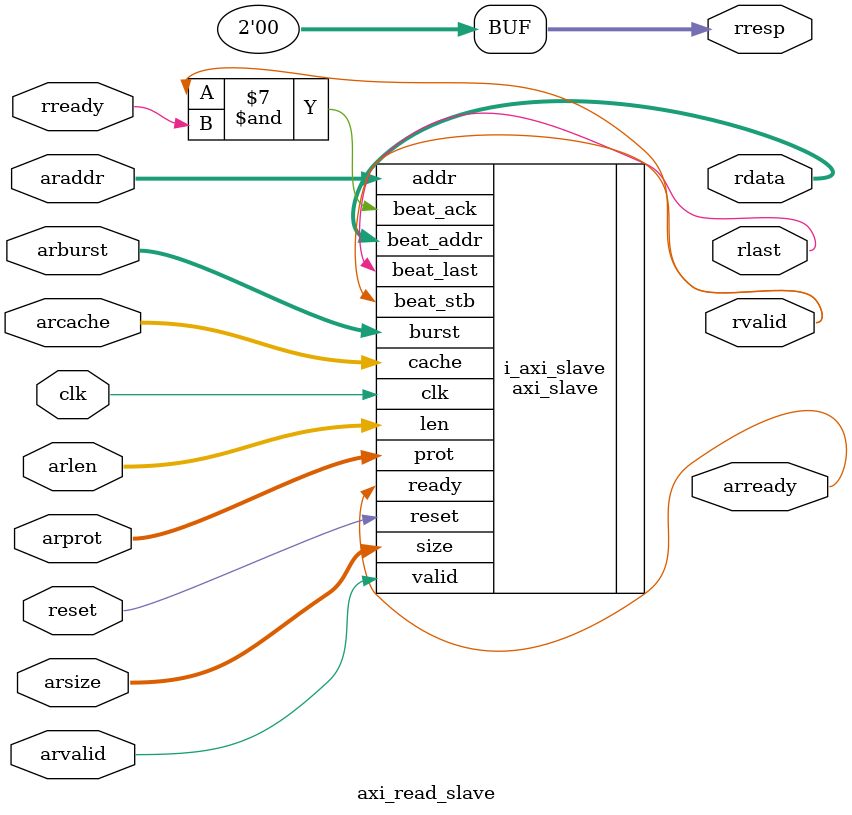
<source format=v>

module axi_read_slave #(
  parameter DATA_WIDTH = 32,
  parameter READ_ACCEPTANCE = 4,
  parameter MIN_LATENCY = 21,
  parameter MAX_LATENCY = 21
) (
  input clk,
  input reset,

  input arvalid,
  output arready,
  input [31:0] araddr,
  input [7:0] arlen,
  input [2:0] arsize,
  input [1:0] arburst,
  input [2:0] arprot,
  input [3:0] arcache,

  output rvalid,
  input rready,
  output [DATA_WIDTH-1:0] rdata,
  output [1:0] rresp,
  output rlast
);

reg [DATA_WIDTH-1:0] data = 'h00;

assign rresp = 2'b00;
//assign rdata = data;

always @(posedge clk) begin
  if (reset == 1'b1) begin
    data <= 'h00;
  end else if (rvalid == 1'b1 && rready == 1'b1) begin
    data <= data + 1'b1;
  end
end

axi_slave #(
  .ACCEPTANCE(READ_ACCEPTANCE),
  .MIN_LATENCY(MIN_LATENCY),
  .MAX_LATENCY(MAX_LATENCY)
) i_axi_slave (
  .clk(clk),
  .reset(reset),

  .valid(arvalid),
  .ready(arready),
  .addr(araddr),
  .len(arlen),
  .size(arsize),
  .burst(arburst),
  .prot(arprot),
  .cache(arcache),

  .beat_stb(rvalid),
  .beat_ack(rvalid & rready),
  .beat_last(rlast),
  .beat_addr(rdata)
);

endmodule

</source>
